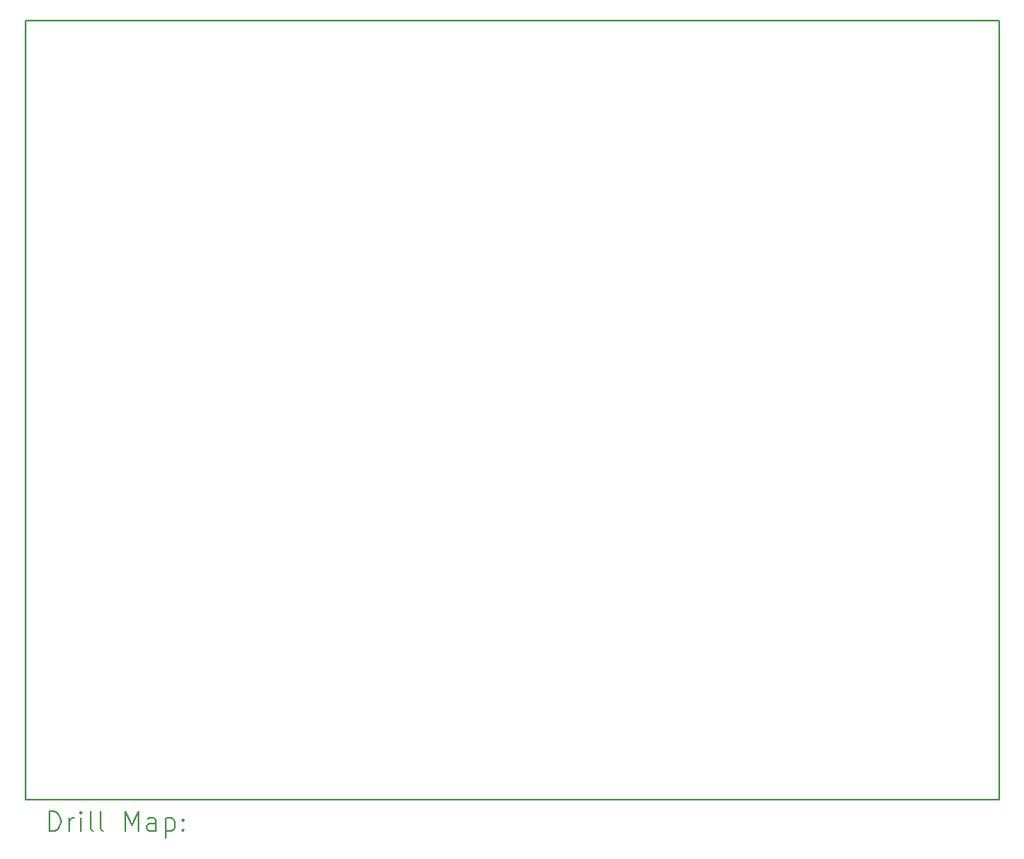
<source format=gbr>
%FSLAX45Y45*%
G04 Gerber Fmt 4.5, Leading zero omitted, Abs format (unit mm)*
G04 Created by KiCad (PCBNEW (6.0.1)) date 2022-03-23 17:08:32*
%MOMM*%
%LPD*%
G01*
G04 APERTURE LIST*
%TA.AperFunction,Profile*%
%ADD10C,0.200000*%
%TD*%
%ADD11C,0.200000*%
G04 APERTURE END LIST*
D10*
X7000000Y-5000000D02*
X17000000Y-5000000D01*
X17000000Y-5000000D02*
X17000000Y-13000000D01*
X7000000Y-13000000D02*
X7000000Y-5000000D01*
X17000000Y-13000000D02*
X7000000Y-13000000D01*
D11*
X7247619Y-13320476D02*
X7247619Y-13120476D01*
X7295238Y-13120476D01*
X7323809Y-13130000D01*
X7342857Y-13149048D01*
X7352381Y-13168095D01*
X7361905Y-13206190D01*
X7361905Y-13234762D01*
X7352381Y-13272857D01*
X7342857Y-13291905D01*
X7323809Y-13310952D01*
X7295238Y-13320476D01*
X7247619Y-13320476D01*
X7447619Y-13320476D02*
X7447619Y-13187143D01*
X7447619Y-13225238D02*
X7457143Y-13206190D01*
X7466667Y-13196667D01*
X7485714Y-13187143D01*
X7504762Y-13187143D01*
X7571428Y-13320476D02*
X7571428Y-13187143D01*
X7571428Y-13120476D02*
X7561905Y-13130000D01*
X7571428Y-13139524D01*
X7580952Y-13130000D01*
X7571428Y-13120476D01*
X7571428Y-13139524D01*
X7695238Y-13320476D02*
X7676190Y-13310952D01*
X7666667Y-13291905D01*
X7666667Y-13120476D01*
X7800000Y-13320476D02*
X7780952Y-13310952D01*
X7771428Y-13291905D01*
X7771428Y-13120476D01*
X8028571Y-13320476D02*
X8028571Y-13120476D01*
X8095238Y-13263333D01*
X8161905Y-13120476D01*
X8161905Y-13320476D01*
X8342857Y-13320476D02*
X8342857Y-13215714D01*
X8333333Y-13196667D01*
X8314286Y-13187143D01*
X8276190Y-13187143D01*
X8257143Y-13196667D01*
X8342857Y-13310952D02*
X8323809Y-13320476D01*
X8276190Y-13320476D01*
X8257143Y-13310952D01*
X8247619Y-13291905D01*
X8247619Y-13272857D01*
X8257143Y-13253809D01*
X8276190Y-13244286D01*
X8323809Y-13244286D01*
X8342857Y-13234762D01*
X8438095Y-13187143D02*
X8438095Y-13387143D01*
X8438095Y-13196667D02*
X8457143Y-13187143D01*
X8495238Y-13187143D01*
X8514286Y-13196667D01*
X8523810Y-13206190D01*
X8533333Y-13225238D01*
X8533333Y-13282381D01*
X8523810Y-13301428D01*
X8514286Y-13310952D01*
X8495238Y-13320476D01*
X8457143Y-13320476D01*
X8438095Y-13310952D01*
X8619048Y-13301428D02*
X8628571Y-13310952D01*
X8619048Y-13320476D01*
X8609524Y-13310952D01*
X8619048Y-13301428D01*
X8619048Y-13320476D01*
X8619048Y-13196667D02*
X8628571Y-13206190D01*
X8619048Y-13215714D01*
X8609524Y-13206190D01*
X8619048Y-13196667D01*
X8619048Y-13215714D01*
M02*

</source>
